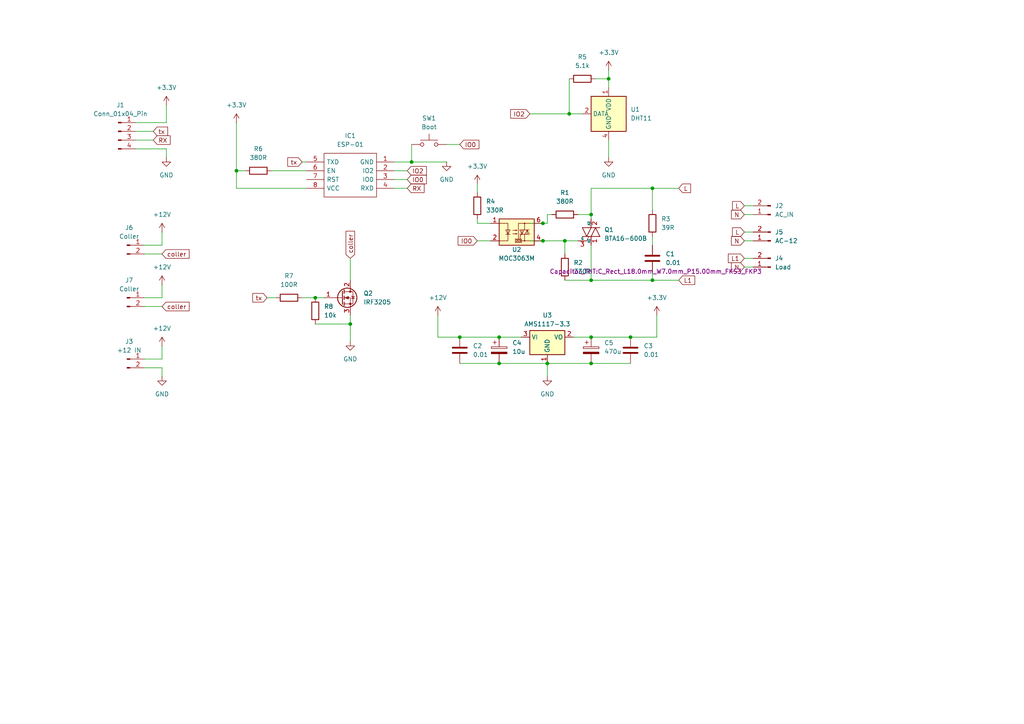
<source format=kicad_sch>
(kicad_sch (version 20231120) (generator "eeschema") (generator_version "8.0")
  (paper "A4")
  (lib_symbols
    (symbol "Connector:Conn_01x02_Pin" (pin_names (offset 1.016) hide)
      (property "Reference" "J" (at 0 2.54 0))
      (property "Value" "Conn_01x02_Pin" (at 0 -5.08 0))
      (symbol "Conn_01x02_Pin_1_1"
        (polyline (pts (xy 1.27 -2.54) (xy 0.8636 -2.54)) (stroke (width 0.1524)))
        (polyline (pts (xy 1.27 0) (xy 0.8636 0)) (stroke (width 0.1524)))
        (rectangle (start 0.8636 -2.413) (end 0 -2.667) (stroke (width 0.1524)) (fill (type outline)))
        (rectangle (start 0.8636 0.127) (end 0 -0.127) (stroke (width 0.1524)) (fill (type outline)))
        (pin passive line (at 5.08 0 180) (length 3.81) (name "Pin_1") (number "1"))
        (pin passive line (at 5.08 -2.54 180) (length 3.81) (name "Pin_2") (number "2"))
      )
    )
    (symbol "Connector:Conn_01x04_Pin" (pin_names (offset 1.016) hide)
      (property "Reference" "J" (at 0 5.08 0))
      (property "Value" "Conn_01x04_Pin" (at 0 -7.62 0))
      (symbol "Conn_01x04_Pin_1_1"
        (polyline (pts (xy 1.27 -5.08) (xy 0.8636 -5.08)) (stroke (width 0.1524)))
        (polyline (pts (xy 1.27 -2.54) (xy 0.8636 -2.54)) (stroke (width 0.1524)))
        (polyline (pts (xy 1.27 0) (xy 0.8636 0)) (stroke (width 0.1524)))
        (polyline (pts (xy 1.27 2.54) (xy 0.8636 2.54)) (stroke (width 0.1524)))
        (rectangle (start 0.8636 -4.953) (end 0 -5.207) (stroke (width 0.1524)) (fill (type outline)))
        (rectangle (start 0.8636 -2.413) (end 0 -2.667) (stroke (width 0.1524)) (fill (type outline)))
        (rectangle (start 0.8636 0.127) (end 0 -0.127) (stroke (width 0.1524)) (fill (type outline)))
        (rectangle (start 0.8636 2.667) (end 0 2.413) (stroke (width 0.1524)) (fill (type outline)))
        (pin passive line (at 5.08 2.54 180) (length 3.81) (name "Pin_1") (number "1"))
        (pin passive line (at 5.08 0 180) (length 3.81) (name "Pin_2") (number "2"))
        (pin passive line (at 5.08 -2.54 180) (length 3.81) (name "Pin_3") (number "3"))
        (pin passive line (at 5.08 -5.08 180) (length 3.81) (name "Pin_4") (number "4"))
      )
    )
    (symbol "Device:C" (pin_numbers hide) (pin_names (offset 0.254))
      (property "Reference" "C" (at 0.635 2.54 0))
      (property "Value" "C" (at 0.635 -2.54 0))
      (symbol "C_0_1"
        (polyline (pts (xy -2.032 -0.762) (xy 2.032 -0.762)) (stroke (width 0.508)))
        (polyline (pts (xy -2.032 0.762) (xy 2.032 0.762)) (stroke (width 0.508)))
      )
      (symbol "C_1_1"
        (pin passive line (at 0 3.81 270) (length 2.794) (name "~") (number "1"))
        (pin passive line (at 0 -3.81 90) (length 2.794) (name "~") (number "2"))
      )
    )
    (symbol "Device:C_Polarized" (pin_numbers hide) (pin_names (offset 0.254))
      (property "Reference" "C" (at 0.635 2.54 0))
      (property "Value" "C_Polarized" (at 0.635 -2.54 0))
      (symbol "C_Polarized_0_1"
        (rectangle (start -2.286 0.508) (end 2.286 1.016))
        (polyline (pts (xy -1.778 2.286) (xy -0.762 2.286)))
        (polyline (pts (xy -1.27 2.794) (xy -1.27 1.778)))
        (rectangle (start 2.286 -0.508) (end -2.286 -1.016) (fill (type outline)))
      )
      (symbol "C_Polarized_1_1"
        (pin passive line (at 0 3.81 270) (length 2.794) (name "~") (number "1"))
        (pin passive line (at 0 -3.81 90) (length 2.794) (name "~") (number "2"))
      )
    )
    (symbol "Device:R" (pin_numbers hide) (pin_names (offset 0))
      (property "Reference" "R" (at 2.032 0 90))
      (property "Value" "R" (at 0 0 90))
      (symbol "R_0_1"
        (rectangle (start -1.016 -2.54) (end 1.016 2.54) (stroke (width 0.254)))
      )
      (symbol "R_1_1"
        (pin passive line (at 0 3.81 270) (length 1.27) (name "~") (number "1"))
        (pin passive line (at 0 -3.81 90) (length 1.27) (name "~") (number "2"))
      )
    )
    (symbol "MCU_Espressif:ESP-01" (pin_names (offset 0.762))
      (property "Reference" "IC" (at 21.59 7.62 0))
      (property "Value" "ESP-01" (at 21.59 5.08 0))
      (symbol "ESP-01_0_0"
        (pin passive line (at 25.4 0 180) (length 5.08) (name "GND") (number "1"))
        (pin passive line (at 25.4 -2.54 180) (length 5.08) (name "IO2") (number "2"))
        (pin passive line (at 25.4 -5.08 180) (length 5.08) (name "IO0") (number "3"))
        (pin passive line (at 25.4 -7.62 180) (length 5.08) (name "RXD") (number "4"))
        (pin passive line (at 0 0 0) (length 5.08) (name "TXD") (number "5"))
        (pin passive line (at 0 -2.54 0) (length 5.08) (name "EN") (number "6"))
        (pin passive line (at 0 -5.08 0) (length 5.08) (name "RST") (number "7"))
        (pin passive line (at 0 -7.62 0) (length 5.08) (name "VCC") (number "8"))
      )
      (symbol "ESP-01_0_1"
        (polyline (pts (xy 5.08 2.54) (xy 20.32 2.54) (xy 20.32 -10.16) (xy 5.08 -10.16) (xy 5.08 2.54)) (stroke (width 0.1524)))
      )
    )
    (symbol "Regulator_Linear:AMS1117-3.3"
      (property "Reference" "U" (at -3.81 3.175 0))
      (property "Value" "AMS1117-3.3" (at 0 3.175 0))
      (symbol "AMS1117-3.3_0_1"
        (rectangle (start -5.08 -5.08) (end 5.08 1.905) (stroke (width 0.254)) (fill (type background)))
      )
      (symbol "AMS1117-3.3_1_1"
        (pin power_in line (at 0 -7.62 90) (length 2.54) (name "GND") (number "1"))
        (pin power_out line (at 7.62 0 180) (length 2.54) (name "VO") (number "2"))
        (pin power_in line (at -7.62 0 0) (length 2.54) (name "VI") (number "3"))
      )
    )
    (symbol "Relay_SolidState:MOC3063M"
      (property "Reference" "U" (at -5.08 5.08 0))
      (property "Value" "MOC3063M" (at 0 5.08 0))
      (symbol "MOC3063M_0_0"
        (rectangle (start -0.381 -2.032) (end 1.397 -3.048))
        (polyline (pts (xy 2.286 -2.54) (xy 1.397 -2.54)))
        (polyline (pts (xy 1.524 -0.635) (xy 1.016 -1.016) (xy 1.016 -2.032)))
        (text "ZCD" (at 0.508 -2.54 0) (effects (font (size 0.508 0.508))))
      )
      (symbol "MOC3063M_0_1"
        (rectangle (start -5.08 3.81) (end 5.08 -3.81) (stroke (width 0.254)) (fill (type background)))
        (polyline (pts (xy -3.175 -0.635) (xy -1.905 -0.635)))
        (polyline (pts (xy 1.524 -0.635) (xy 1.524 0.635)))
        (polyline (pts (xy 3.048 0.635) (xy 3.048 -0.635)))
        (polyline (pts (xy 2.286 -0.635) (xy 2.286 -2.54) (xy 5.08 -2.54)))
        (polyline (pts (xy 2.286 0.635) (xy 2.286 2.54) (xy 5.08 2.54)))
        (polyline (pts (xy 2.286 2.54) (xy 0.508 2.54) (xy 0.508 -2.032)))
        (polyline (pts (xy -5.08 2.54) (xy -2.54 2.54) (xy -2.54 -2.54) (xy -5.08 -2.54)))
        (polyline (pts (xy -2.54 -0.635) (xy -3.175 0.635) (xy -1.905 0.635) (xy -2.54 -0.635)))
        (polyline (pts (xy 0.889 -0.635) (xy 3.683 -0.635) (xy 3.048 0.635) (xy 2.413 -0.635)))
        (polyline (pts (xy 3.683 0.635) (xy 0.889 0.635) (xy 1.524 -0.635) (xy 2.159 0.635)))
        (polyline (pts (xy -1.143 -0.508) (xy 0.127 -0.508) (xy -0.254 -0.635) (xy -0.254 -0.381) (xy 0.127 -0.508)))
        (polyline (pts (xy -1.143 0.508) (xy 0.127 0.508) (xy -0.254 0.381) (xy -0.254 0.635) (xy 0.127 0.508)))
        (circle (center 2.286 -2.54) (radius 0.127))
        (circle (center 2.286 2.54) (radius 0.127))
      )
      (symbol "MOC3063M_1_1"
        (pin passive line (at -7.62 2.54 0) (length 2.54) (name "~") (number "1"))
        (pin passive line (at -7.62 -2.54 0) (length 2.54) (name "~") (number "2"))
        (pin no_connect line (at -5.08 0 0) (length 2.54) hide (name "NC") (number "3"))
        (pin passive line (at 7.62 -2.54 180) (length 2.54) (name "~") (number "4"))
        (pin no_connect line (at 5.08 0 180) (length 2.54) hide (name "NC") (number "5"))
        (pin passive line (at 7.62 2.54 180) (length 2.54) (name "~") (number "6"))
      )
    )
    (symbol "Sensor:DHT11"
      (property "Reference" "U" (at -3.81 6.35 0))
      (property "Value" "DHT11" (at 3.81 6.35 0))
      (symbol "DHT11_0_1"
        (rectangle (start -5.08 5.08) (end 5.08 -5.08) (stroke (width 0.254)) (fill (type background)))
      )
      (symbol "DHT11_1_1"
        (pin power_in line (at 0 7.62 270) (length 2.54) (name "VDD") (number "1"))
        (pin bidirectional line (at 7.62 0 180) (length 2.54) (name "DATA") (number "2"))
        (pin no_connect line (at -5.08 0 0) (length 2.54) hide (name "NC") (number "3"))
        (pin power_in line (at 0 -7.62 90) (length 2.54) (name "GND") (number "4"))
      )
    )
    (symbol "Switch:SW_Push" (pin_numbers hide) (pin_names (offset 1.016) hide)
      (property "Reference" "SW" (at 1.27 2.54 0))
      (property "Value" "SW_Push" (at 0 -1.524 0))
      (symbol "SW_Push_0_1"
        (circle (center -2.032 0) (radius 0.508))
        (polyline (pts (xy 0 1.27) (xy 0 3.048)))
        (polyline (pts (xy 2.54 1.27) (xy -2.54 1.27)))
        (circle (center 2.032 0) (radius 0.508))
        (pin passive line (at -5.08 0 0) (length 2.54) (name "1") (number "1"))
        (pin passive line (at 5.08 0 180) (length 2.54) (name "2") (number "2"))
      )
    )
    (symbol "Transistor_FET:IRF3205" (pin_names hide)
      (property "Reference" "Q" (at 5.08 1.905 0))
      (property "Value" "IRF3205" (at 5.08 0 0))
      (symbol "IRF3205_0_1"
        (polyline (pts (xy 0.254 0) (xy -2.54 0)))
        (polyline (pts (xy 0.254 1.905) (xy 0.254 -1.905)) (stroke (width 0.254)))
        (polyline (pts (xy 0.762 -1.27) (xy 0.762 -2.286)) (stroke (width 0.254)))
        (polyline (pts (xy 0.762 0.508) (xy 0.762 -0.508)) (stroke (width 0.254)))
        (polyline (pts (xy 0.762 2.286) (xy 0.762 1.27)) (stroke (width 0.254)))
        (polyline (pts (xy 2.54 2.54) (xy 2.54 1.778)))
        (polyline (pts (xy 2.54 -2.54) (xy 2.54 0) (xy 0.762 0)))
        (polyline (pts (xy 0.762 -1.778) (xy 3.302 -1.778) (xy 3.302 1.778) (xy 0.762 1.778)))
        (polyline (pts (xy 1.016 0) (xy 2.032 0.381) (xy 2.032 -0.381) (xy 1.016 0)) (fill (type outline)))
        (polyline (pts (xy 2.794 0.508) (xy 2.921 0.381) (xy 3.683 0.381) (xy 3.81 0.254)))
        (polyline (pts (xy 3.302 0.381) (xy 2.921 -0.254) (xy 3.683 -0.254) (xy 3.302 0.381)))
        (circle (center 1.651 0) (radius 2.794) (stroke (width 0.254)))
        (circle (center 2.54 -1.778) (radius 0.254) (fill (type outline)))
        (circle (center 2.54 1.778) (radius 0.254) (fill (type outline)))
      )
      (symbol "IRF3205_1_1"
        (pin input line (at -5.08 0 0) (length 2.54) (name "G") (number "1"))
        (pin passive line (at 2.54 5.08 270) (length 2.54) (name "D") (number "2"))
        (pin passive line (at 2.54 -5.08 90) (length 2.54) (name "S") (number "3"))
      )
    )
    (symbol "Triac_Thyristor:BTA16-600B" (pin_names (offset 0))
      (property "Reference" "Q" (at 5.08 1.905 0))
      (property "Value" "BTA16-600B" (at 5.08 0 0))
      (symbol "BTA16-600B_0_1"
        (polyline (pts (xy -2.54 -1.27) (xy 2.54 -1.27)) (stroke (width 0.2032)))
        (polyline (pts (xy -2.54 1.27) (xy 2.54 1.27)) (stroke (width 0.2032)))
        (polyline (pts (xy -1.27 -2.54) (xy -0.635 -1.27)))
        (polyline (pts (xy -2.54 1.27) (xy -1.27 -1.27) (xy 0 1.27)) (stroke (width 0.2032)))
        (polyline (pts (xy 0 -1.27) (xy 1.27 1.27) (xy 2.54 -1.27)) (stroke (width 0.2032)))
      )
      (symbol "BTA16-600B_1_1"
        (pin passive line (at 0 -3.81 90) (length 2.54) (name "A1") (number "1"))
        (pin passive line (at 0 3.81 270) (length 2.54) (name "A2") (number "2"))
        (pin input line (at -3.81 -2.54 0) (length 2.54) (name "G") (number "3"))
      )
    )
    (symbol "power:+12V" (power) (pin_numbers hide) (pin_names (offset 0) hide)
      (property "Value" "+12V" (at 0 3.556 0))
      (symbol "+12V_0_1"
        (polyline (pts (xy -0.762 1.27) (xy 0 2.54)))
        (polyline (pts (xy 0 0) (xy 0 2.54)))
        (polyline (pts (xy 0 2.54) (xy 0.762 1.27)))
      )
      (symbol "+12V_1_1"
        (pin power_in line (at 0 0 90) (length 0) (name "~") (number "1"))
      )
    )
    (symbol "power:+3.3V" (power) (pin_numbers hide) (pin_names (offset 0) hide)
      (property "Value" "+3.3V" (at 0 3.556 0))
      (symbol "+3.3V_0_1"
        (polyline (pts (xy -0.762 1.27) (xy 0 2.54)))
        (polyline (pts (xy 0 0) (xy 0 2.54)))
        (polyline (pts (xy 0 2.54) (xy 0.762 1.27)))
      )
      (symbol "+3.3V_1_1"
        (pin power_in line (at 0 0 90) (length 0) (name "~") (number "1"))
      )
    )
    (symbol "power:GND" (power) (pin_numbers hide) (pin_names (offset 0) hide)
      (property "Value" "GND" (at 0 -3.81 0))
      (symbol "GND_0_1"
        (polyline (pts (xy 0 0) (xy 0 -1.27) (xy 1.27 -1.27) (xy 0 -2.54) (xy -1.27 -1.27) (xy 0 -1.27)))
      )
      (symbol "GND_1_1"
        (pin power_in line (at 0 0 270) (length 0) (name "~") (number "1"))
      )
    )
  )
  (junction (at 189.23 81.28))
  (junction (at 157.48 64.77))
  (junction (at 165.1 33.02))
  (junction (at 171.45 105.41))
  (junction (at 119.38 46.99))
  (junction (at 163.83 69.85))
  (junction (at 171.45 97.79))
  (junction (at 91.44 86.36))
  (junction (at 171.45 62.23))
  (junction (at 157.48 69.85))
  (junction (at 158.75 105.41))
  (junction (at 182.88 97.79))
  (junction (at 144.78 105.41))
  (junction (at 189.23 54.61))
  (junction (at 133.35 97.79))
  (junction (at 171.45 81.28))
  (junction (at 176.53 22.86))
  (junction (at 144.78 97.79))
  (junction (at 68.58 49.53))
  (junction (at 101.6 93.98))
  (wire (pts (xy 171.45 71.12) (xy 171.45 81.28)))
  (wire (pts (xy 127 97.79) (xy 133.35 97.79)))
  (wire (pts (xy 215.9 59.69) (xy 218.44 59.69)))
  (wire (pts (xy 80.01 86.36) (xy 77.47 86.36)))
  (wire (pts (xy 165.1 22.86) (xy 165.1 33.02)))
  (wire (pts (xy 46.99 86.36) (xy 46.99 82.55)))
  (wire (pts (xy 78.74 49.53) (xy 88.9 49.53)))
  (wire (pts (xy 171.45 97.79) (xy 182.88 97.79)))
  (wire (pts (xy 176.53 22.86) (xy 176.53 25.4)))
  (wire (pts (xy 167.64 62.23) (xy 171.45 62.23)))
  (wire (pts (xy 166.37 97.79) (xy 171.45 97.79)))
  (wire (pts (xy 153.67 64.77) (xy 157.48 64.77)))
  (wire (pts (xy 189.23 78.74) (xy 189.23 81.28)))
  (wire (pts (xy 88.9 54.61) (xy 68.58 54.61)))
  (wire (pts (xy 157.48 69.85) (xy 163.83 69.85)))
  (wire (pts (xy 114.3 49.53) (xy 118.11 49.53)))
  (wire (pts (xy 172.72 22.86) (xy 176.53 22.86)))
  (wire (pts (xy 119.38 41.91) (xy 119.38 46.99)))
  (wire (pts (xy 171.45 105.41) (xy 182.88 105.41)))
  (wire (pts (xy 119.38 46.99) (xy 129.54 46.99)))
  (wire (pts (xy 190.5 97.79) (xy 182.88 97.79)))
  (wire (pts (xy 171.45 62.23) (xy 171.45 54.61)))
  (wire (pts (xy 46.99 106.68) (xy 46.99 109.22)))
  (wire (pts (xy 68.58 54.61) (xy 68.58 49.53)))
  (wire (pts (xy 44.45 38.1) (xy 39.37 38.1)))
  (wire (pts (xy 68.58 49.53) (xy 68.58 35.56)))
  (wire (pts (xy 215.9 74.93) (xy 218.44 74.93)))
  (wire (pts (xy 138.43 55.88) (xy 138.43 53.34)))
  (wire (pts (xy 153.67 69.85) (xy 157.48 69.85)))
  (wire (pts (xy 48.26 35.56) (xy 48.26 30.48)))
  (wire (pts (xy 133.35 97.79) (xy 144.78 97.79)))
  (wire (pts (xy 176.53 45.72) (xy 176.53 40.64)))
  (wire (pts (xy 118.11 54.61) (xy 114.3 54.61)))
  (wire (pts (xy 189.23 54.61) (xy 196.85 54.61)))
  (wire (pts (xy 176.53 20.32) (xy 176.53 22.86)))
  (wire (pts (xy 171.45 54.61) (xy 189.23 54.61)))
  (wire (pts (xy 114.3 46.99) (xy 119.38 46.99)))
  (wire (pts (xy 138.43 64.77) (xy 138.43 63.5)))
  (wire (pts (xy 163.83 69.85) (xy 167.64 69.85)))
  (wire (pts (xy 189.23 81.28) (xy 196.85 81.28)))
  (wire (pts (xy 165.1 33.02) (xy 168.91 33.02)))
  (wire (pts (xy 41.91 104.14) (xy 46.99 104.14)))
  (wire (pts (xy 158.75 109.22) (xy 158.75 105.41)))
  (wire (pts (xy 144.78 105.41) (xy 158.75 105.41)))
  (wire (pts (xy 41.91 88.9) (xy 46.99 88.9)))
  (wire (pts (xy 189.23 68.58) (xy 189.23 71.12)))
  (wire (pts (xy 39.37 35.56) (xy 48.26 35.56)))
  (wire (pts (xy 87.63 46.99) (xy 88.9 46.99)))
  (wire (pts (xy 46.99 104.14) (xy 46.99 100.33)))
  (wire (pts (xy 189.23 54.61) (xy 189.23 60.96)))
  (wire (pts (xy 138.43 69.85) (xy 142.24 69.85)))
  (wire (pts (xy 158.75 62.23) (xy 158.75 64.77)))
  (wire (pts (xy 91.44 86.36) (xy 93.98 86.36)))
  (wire (pts (xy 41.91 106.68) (xy 46.99 106.68)))
  (wire (pts (xy 46.99 71.12) (xy 46.99 67.31)))
  (wire (pts (xy 48.26 43.18) (xy 39.37 43.18)))
  (wire (pts (xy 87.63 86.36) (xy 91.44 86.36)))
  (wire (pts (xy 101.6 74.93) (xy 101.6 81.28)))
  (wire (pts (xy 127 91.44) (xy 127 97.79)))
  (wire (pts (xy 101.6 99.06) (xy 101.6 93.98)))
  (wire (pts (xy 215.9 62.23) (xy 218.44 62.23)))
  (wire (pts (xy 171.45 62.23) (xy 171.45 63.5)))
  (wire (pts (xy 68.58 49.53) (xy 71.12 49.53)))
  (wire (pts (xy 48.26 45.72) (xy 48.26 43.18)))
  (wire (pts (xy 158.75 105.41) (xy 171.45 105.41)))
  (wire (pts (xy 41.91 86.36) (xy 46.99 86.36)))
  (wire (pts (xy 41.91 73.66) (xy 46.99 73.66)))
  (wire (pts (xy 158.75 64.77) (xy 157.48 64.77)))
  (wire (pts (xy 144.78 97.79) (xy 151.13 97.79)))
  (wire (pts (xy 163.83 81.28) (xy 171.45 81.28)))
  (wire (pts (xy 153.67 33.02) (xy 165.1 33.02)))
  (wire (pts (xy 114.3 52.07) (xy 118.11 52.07)))
  (wire (pts (xy 158.75 62.23) (xy 160.02 62.23)))
  (wire (pts (xy 215.9 67.31) (xy 218.44 67.31)))
  (wire (pts (xy 215.9 77.47) (xy 218.44 77.47)))
  (wire (pts (xy 133.35 105.41) (xy 144.78 105.41)))
  (wire (pts (xy 91.44 93.98) (xy 101.6 93.98)))
  (wire (pts (xy 101.6 93.98) (xy 101.6 91.44)))
  (wire (pts (xy 142.24 64.77) (xy 138.43 64.77)))
  (wire (pts (xy 171.45 81.28) (xy 189.23 81.28)))
  (wire (pts (xy 41.91 71.12) (xy 46.99 71.12)))
  (wire (pts (xy 44.45 40.64) (xy 39.37 40.64)))
  (wire (pts (xy 190.5 91.44) (xy 190.5 97.79)))
  (wire (pts (xy 133.35 41.91) (xy 129.54 41.91)))
  (wire (pts (xy 215.9 69.85) (xy 218.44 69.85)))
  (wire (pts (xy 163.83 73.66) (xy 163.83 69.85)))
  (global_label "coller" (shape input) (at 46.99 88.9 0) (property "Intersheetrefs" "${INTERSHEET_REFS}" (effects (hide yes))))
  (global_label "tx" (shape input) (at 87.63 46.99 180) (property "Intersheetrefs" "${INTERSHEET_REFS}" (effects (hide yes))))
  (global_label "IO2" (shape input) (at 153.67 33.02 180) (property "Intersheetrefs" "${INTERSHEET_REFS}" (effects (hide yes))))
  (global_label "L" (shape input) (at 215.9 67.31 180) (property "Intersheetrefs" "${INTERSHEET_REFS}" (effects (hide yes))))
  (global_label "RX" (shape input) (at 44.45 40.64 0) (property "Intersheetrefs" "${INTERSHEET_REFS}" (effects (hide yes))))
  (global_label "L1" (shape input) (at 196.85 81.28 0) (property "Intersheetrefs" "${INTERSHEET_REFS}" (effects (hide yes))))
  (global_label "N" (shape input) (at 215.9 62.23 180) (property "Intersheetrefs" "${INTERSHEET_REFS}" (effects (hide yes))))
  (global_label "IO2" (shape input) (at 118.11 49.53 0) (property "Intersheetrefs" "${INTERSHEET_REFS}" (effects (hide yes))))
  (global_label "IO0" (shape input) (at 138.43 69.85 180) (property "Intersheetrefs" "${INTERSHEET_REFS}" (effects (hide yes))))
  (global_label "N" (shape input) (at 215.9 77.47 180) (property "Intersheetrefs" "${INTERSHEET_REFS}" (effects (hide yes))))
  (global_label "coller" (shape input) (at 101.6 74.93 90) (property "Intersheetrefs" "${INTERSHEET_REFS}" (effects (hide yes))))
  (global_label "RX" (shape input) (at 118.11 54.61 0) (property "Intersheetrefs" "${INTERSHEET_REFS}" (effects (hide yes))))
  (global_label "L1" (shape input) (at 215.9 74.93 180) (property "Intersheetrefs" "${INTERSHEET_REFS}" (effects (hide yes))))
  (global_label "IO0" (shape input) (at 133.35 41.91 0) (property "Intersheetrefs" "${INTERSHEET_REFS}" (effects (hide yes))))
  (global_label "tx" (shape input) (at 44.45 38.1 0) (property "Intersheetrefs" "${INTERSHEET_REFS}" (effects (hide yes))))
  (global_label "L" (shape input) (at 196.85 54.61 0) (property "Intersheetrefs" "${INTERSHEET_REFS}" (effects (hide yes))))
  (global_label "IO0" (shape input) (at 118.11 52.07 0) (property "Intersheetrefs" "${INTERSHEET_REFS}" (effects (hide yes))))
  (global_label "tx" (shape input) (at 77.47 86.36 180) (property "Intersheetrefs" "${INTERSHEET_REFS}" (effects (hide yes))))
  (global_label "N" (shape input) (at 215.9 69.85 180) (property "Intersheetrefs" "${INTERSHEET_REFS}" (effects (hide yes))))
  (global_label "coller" (shape input) (at 46.99 73.66 0) (property "Intersheetrefs" "${INTERSHEET_REFS}" (effects (hide yes))))
  (global_label "L" (shape input) (at 215.9 59.69 180) (property "Intersheetrefs" "${INTERSHEET_REFS}" (effects (hide yes))))
  (symbol (lib_id "Device:R") (at 163.83 62.23 270) (unit 1)
    (property "Reference" "R1" (at 163.83 55.88 90))
    (property "Value" "380R" (at 163.83 58.42 90))
    (property "Footprint" "Resistor_THT:R_Axial_DIN0207_L6.3mm_D2.5mm_P10.16mm_Horizontal" (effects (hide yes)))
    (property "Description" "Resistor" (effects (hide yes)))
  )
  (symbol (lib_id "Sensor:DHT11") (at 176.53 33.02 0) (mirror y) (unit 1)
    (property "Reference" "U1" (at 182.88 31.7499 0) (effects (justify right)))
    (property "Value" "DHT11" (at 182.88 34.2899 0) (effects (justify right)))
    (property "Footprint" "Sensor:Aosong_DHT11_5.5x12.0_P2.54mm" (effects (hide yes)))
    (property "Datasheet" "http://akizukidenshi.com/download/ds/aosong/DHT11.pdf" (effects (hide yes)))
    (property "Description" "3.3V to 5.5V, temperature and humidity module, DHT11" (effects (hide yes)))
  )
  (symbol (lib_id "power:GND") (at 129.54 46.99 0) (unit 1)
    (property "Reference" "#PWR04" (effects (hide yes)))
    (property "Value" "GND" (at 129.54 52.07 0))
    (property "Description" "Power symbol creates a global label with name \"GND\" , ground" (effects (hide yes)))
  )
  (symbol (lib_id "Regulator_Linear:AMS1117-3.3") (at 158.75 97.79 0) (unit 1)
    (property "Reference" "U3" (at 158.75 91.44 0))
    (property "Value" "AMS1117-3.3" (at 158.75 93.98 0))
    (property "Footprint" "Package_TO_SOT_SMD:SOT-89-3_Handsoldering" (effects (hide yes)))
    (property "Datasheet" "http://www.advanced-monolithic.com/pdf/ds1117.pdf" (effects (hide yes)))
    (property "Description" "1A Low Dropout regulator, positive, 3.3V fixed output, SOT-223" (effects (hide yes)))
  )
  (symbol (lib_id "power:+3.3V") (at 190.5 91.44 0) (unit 1)
    (property "Reference" "#PWR012" (effects (hide yes)))
    (property "Value" "+3.3V" (at 190.5 86.36 0))
    (property "Description" "Power symbol creates a global label with name \"+3.3V\"" (effects (hide yes)))
  )
  (symbol (lib_id "Connector:Conn_01x02_Pin") (at 223.52 77.47 180) (unit 1)
    (property "Reference" "J4" (at 224.79 74.9299 0) (effects (justify right)))
    (property "Value" "Load" (at 224.79 77.4699 0) (effects (justify right)))
    (property "Footprint" "Connector:JWT_A3963_1x02_P3.96mm_Vertical" (effects (hide yes)))
    (property "Description" "Generic connector, single row, 01x02, script generated" (effects (hide yes)))
  )
  (symbol (lib_id "power:+3.3V") (at 138.43 53.34 0) (unit 1)
    (property "Reference" "#PWR01" (effects (hide yes)))
    (property "Value" "+3.3V" (at 138.43 48.26 0))
    (property "Description" "Power symbol creates a global label with name \"+3.3V\"" (effects (hide yes)))
  )
  (symbol (lib_id "Device:C") (at 182.88 101.6 0) (unit 1)
    (property "Reference" "C3" (at 186.69 100.3299 0) (effects (justify left)))
    (property "Value" "0.01" (at 186.69 102.8699 0) (effects (justify left)))
    (property "Footprint" "Capacitor_SMD:C_1206_3216Metric_Pad1.33x1.80mm_HandSolder" (effects (hide yes)))
    (property "Description" "Unpolarized capacitor" (effects (hide yes)))
  )
  (symbol (lib_id "power:+12V") (at 46.99 100.33 0) (unit 1)
    (property "Reference" "#PWR09" (effects (hide yes)))
    (property "Value" "+12V" (at 46.99 95.25 0))
    (property "Description" "Power symbol creates a global label with name \"+12V\"" (effects (hide yes)))
  )
  (symbol (lib_id "power:+12V") (at 46.99 67.31 0) (unit 1)
    (property "Reference" "#PWR014" (effects (hide yes)))
    (property "Value" "+12V" (at 46.99 62.23 0))
    (property "Description" "Power symbol creates a global label with name \"+12V\"" (effects (hide yes)))
  )
  (symbol (lib_id "power:+3.3V") (at 68.58 35.56 0) (unit 1)
    (property "Reference" "#PWR05" (effects (hide yes)))
    (property "Value" "+3.3V" (at 68.58 30.48 0))
    (property "Description" "Power symbol creates a global label with name \"+3.3V\"" (effects (hide yes)))
  )
  (symbol (lib_id "Device:R") (at 74.93 49.53 270) (unit 1)
    (property "Reference" "R6" (at 74.93 43.18 90))
    (property "Value" "380R" (at 74.93 45.72 90))
    (property "Footprint" "Resistor_SMD:R_1206_3216Metric_Pad1.30x1.75mm_HandSolder" (effects (hide yes)))
    (property "Description" "Resistor" (effects (hide yes)))
  )
  (symbol (lib_id "Connector:Conn_01x02_Pin") (at 36.83 86.36 0) (unit 1)
    (property "Reference" "J7" (at 37.465 81.28 0))
    (property "Value" "Coller" (at 37.465 83.82 0))
    (property "Footprint" "Connector_JST:JST_XH_B2B-XH-AM_1x02_P2.50mm_Vertical" (effects (hide yes)))
    (property "Description" "Generic connector, single row, 01x02, script generated" (effects (hide yes)))
  )
  (symbol (lib_id "power:GND") (at 176.53 45.72 0) (unit 1)
    (property "Reference" "#PWR02" (effects (hide yes)))
    (property "Value" "GND" (at 176.53 50.8 0))
    (property "Description" "Power symbol creates a global label with name \"GND\" , ground" (effects (hide yes)))
  )
  (symbol (lib_id "Device:R") (at 138.43 59.69 0) (unit 1)
    (property "Reference" "R4" (at 140.97 58.4199 0) (effects (justify left)))
    (property "Value" "330R" (at 140.97 60.9599 0) (effects (justify left)))
    (property "Footprint" "Resistor_SMD:R_1210_3225Metric_Pad1.30x2.65mm_HandSolder" (effects (hide yes)))
    (property "Description" "Resistor" (effects (hide yes)))
  )
  (symbol (lib_id "Connector:Conn_01x02_Pin") (at 36.83 71.12 0) (unit 1)
    (property "Reference" "J6" (at 37.465 66.04 0))
    (property "Value" "Coller" (at 37.465 68.58 0))
    (property "Footprint" "Connector_JST:JST_XH_B2B-XH-AM_1x02_P2.50mm_Vertical" (effects (hide yes)))
    (property "Description" "Generic connector, single row, 01x02, script generated" (effects (hide yes)))
  )
  (symbol (lib_id "power:GND") (at 46.99 109.22 0) (unit 1)
    (property "Reference" "#PWR010" (effects (hide yes)))
    (property "Value" "GND" (at 46.99 114.3 0))
    (property "Description" "Power symbol creates a global label with name \"GND\" , ground" (effects (hide yes)))
  )
  (symbol (lib_id "Connector:Conn_01x04_Pin") (at 34.29 38.1 0) (unit 1)
    (property "Reference" "J1" (at 34.925 30.48 0))
    (property "Value" "Conn_01x04_Pin" (at 34.925 33.02 0))
    (property "Footprint" "Connector_PinHeader_2.54mm:PinHeader_1x04_P2.54mm_Vertical" (effects (hide yes)))
    (property "Description" "Generic connector, single row, 01x04, script generated" (effects (hide yes)))
  )
  (symbol (lib_id "power:GND") (at 101.6 99.06 0) (unit 1)
    (property "Reference" "#PWR08" (effects (hide yes)))
    (property "Value" "GND" (at 101.6 104.14 0))
    (property "Description" "Power symbol creates a global label with name \"GND\" , ground" (effects (hide yes)))
  )
  (symbol (lib_id "power:+12V") (at 127 91.44 0) (unit 1)
    (property "Reference" "#PWR013" (effects (hide yes)))
    (property "Value" "+12V" (at 127 86.36 0))
    (property "Description" "Power symbol creates a global label with name \"+12V\"" (effects (hide yes)))
  )
  (symbol (lib_id "Connector:Conn_01x02_Pin") (at 223.52 69.85 180) (unit 1)
    (property "Reference" "J5" (at 224.79 67.3099 0) (effects (justify right)))
    (property "Value" "AC-12" (at 224.79 69.8499 0) (effects (justify right)))
    (property "Footprint" "Connector:JWT_A3963_1x02_P3.96mm_Vertical" (effects (hide yes)))
    (property "Description" "Generic connector, single row, 01x02, script generated" (effects (hide yes)))
  )
  (symbol (lib_id "power:GND") (at 48.26 45.72 0) (unit 1)
    (property "Reference" "#PWR07" (effects (hide yes)))
    (property "Value" "GND" (at 48.26 50.8 0))
    (property "Description" "Power symbol creates a global label with name \"GND\" , ground" (effects (hide yes)))
  )
  (symbol (lib_id "MCU_Espressif:ESP-01") (at 88.9 46.99 0) (unit 1)
    (property "Reference" "IC1" (at 101.6 39.37 0))
    (property "Value" "ESP-01" (at 101.6 41.91 0))
    (property "Footprint" "RF_Module:ESP-01" (effects (hide yes)))
    (property "Datasheet" "https://docs.ai-thinker.com/_media/esp8266/docs/esp-01_product_specification_en.pdf" (effects (hide yes)))
    (property "Description" "ESP8266 ESP-01 Wifi microcontroller" (effects (hide yes)))
    (property "Description_1" "ESP8266 ESP-01 Wifi microcontroller" (effects (hide yes)))
    (property "Manufacturer_Name" "Ai-Thinker" (effects (hide yes)))
    (property "Manufacturer_Part_Number" "ESP-01" (effects (hide yes)))
  )
  (symbol (lib_id "power:+3.3V") (at 176.53 20.32 0) (unit 1)
    (property "Reference" "#PWR03" (effects (hide yes)))
    (property "Value" "+3.3V" (at 176.53 15.24 0))
    (property "Description" "Power symbol creates a global label with name \"+3.3V\"" (effects (hide yes)))
  )
  (symbol (lib_id "Device:R") (at 189.23 64.77 0) (unit 1)
    (property "Reference" "R3" (at 191.77 63.4999 0) (effects (justify left)))
    (property "Value" "39R" (at 191.77 66.0399 0) (effects (justify left)))
    (property "Footprint" "Resistor_THT:R_Axial_DIN0207_L6.3mm_D2.5mm_P10.16mm_Horizontal" (effects (hide yes)))
    (property "Description" "Resistor" (effects (hide yes)))
  )
  (symbol (lib_id "Switch:SW_Push") (at 124.46 41.91 0) (unit 1)
    (property "Reference" "SW1" (at 124.46 34.29 0))
    (property "Value" "Boot" (at 124.46 36.83 0))
    (property "Footprint" "Button_Switch_SMD:SW_SPST_TL3305A" (effects (hide yes)))
    (property "Description" "Push button switch, generic, two pins" (effects (hide yes)))
  )
  (symbol (lib_id "Triac_Thyristor:BTA16-600B") (at 171.45 67.31 0) (unit 1)
    (property "Reference" "Q1" (at 175.26 66.6241 0) (effects (justify left)))
    (property "Value" "BTA16-600B" (at 175.26 69.1641 0) (effects (justify left)))
    (property "Footprint" "Package_TO_SOT_THT:TO-220-3_Vertical" (effects (hide yes)))
    (property "Datasheet" "https://www.st.com/resource/en/datasheet/bta16.pdf" (effects (hide yes)))
    (property "Description" "16A RMS, 600V Off-State Voltage, 50mA Sensitivity, Insulated, Triac, TO-220" (effects (hide yes)))
  )
  (symbol (lib_id "Device:R") (at 83.82 86.36 270) (unit 1)
    (property "Reference" "R7" (at 83.82 80.01 90))
    (property "Value" "100R" (at 83.82 82.55 90))
    (property "Footprint" "Resistor_SMD:R_1206_3216Metric_Pad1.30x1.75mm_HandSolder" (effects (hide yes)))
    (property "Description" "Resistor" (effects (hide yes)))
  )
  (symbol (lib_id "Device:R") (at 91.44 90.17 0) (unit 1)
    (property "Reference" "R8" (at 93.98 88.8999 0) (effects (justify left)))
    (property "Value" "10k" (at 93.98 91.4399 0) (effects (justify left)))
    (property "Footprint" "Resistor_SMD:R_1206_3216Metric_Pad1.30x1.75mm_HandSolder" (effects (hide yes)))
    (property "Description" "Resistor" (effects (hide yes)))
  )
  (symbol (lib_id "Device:C_Polarized") (at 144.78 101.6 0) (unit 1)
    (property "Reference" "C4" (at 148.59 99.4409 0) (effects (justify left)))
    (property "Value" "10u" (at 148.59 101.9809 0) (effects (justify left)))
    (property "Footprint" "Capacitor_SMD:CP_Elec_6.3x7.7" (effects (hide yes)))
    (property "Description" "Polarized capacitor" (effects (hide yes)))
  )
  (symbol (lib_id "Device:R") (at 163.83 77.47 0) (unit 1)
    (property "Reference" "R2" (at 166.37 76.1999 0) (effects (justify left)))
    (property "Value" "330R" (at 166.37 78.7399 0) (effects (justify left)))
    (property "Footprint" "Resistor_THT:R_Axial_DIN0207_L6.3mm_D2.5mm_P10.16mm_Horizontal" (effects (hide yes)))
    (property "Description" "Resistor" (effects (hide yes)))
  )
  (symbol (lib_id "Connector:Conn_01x02_Pin") (at 223.52 62.23 180) (unit 1)
    (property "Reference" "J2" (at 224.79 59.6899 0) (effects (justify right)))
    (property "Value" "AC_IN" (at 224.79 62.2299 0) (effects (justify right)))
    (property "Footprint" "Connector:JWT_A3963_1x02_P3.96mm_Vertical" (effects (hide yes)))
    (property "Description" "Generic connector, single row, 01x02, script generated" (effects (hide yes)))
  )
  (symbol (lib_id "Device:C_Polarized") (at 171.45 101.6 0) (unit 1)
    (property "Reference" "C5" (at 175.26 99.4409 0) (effects (justify left)))
    (property "Value" "470u" (at 175.26 101.9809 0) (effects (justify left)))
    (property "Footprint" "Capacitor_SMD:CP_Elec_6.3x7.7" (effects (hide yes)))
    (property "Description" "Polarized capacitor" (effects (hide yes)))
  )
  (symbol (lib_id "Device:C") (at 189.23 74.93 0) (unit 1)
    (property "Reference" "C1" (at 193.04 73.6599 0) (effects (justify left)))
    (property "Value" "0.01" (at 193.04 76.1999 0) (effects (justify left)))
    (property "Footprint" "Capacitor_THT:C_Rect_L18.0mm_W7.0mm_P15.00mm_FKS3_FKP3" (at 190.1952 78.74 0))
    (property "Description" "Unpolarized capacitor" (effects (hide yes)))
  )
  (symbol (lib_id "Transistor_FET:IRF3205") (at 99.06 86.36 0) (unit 1)
    (property "Reference" "Q2" (at 105.41 85.0899 0) (effects (justify left)))
    (property "Value" "IRF3205" (at 105.41 87.6299 0) (effects (justify left)))
    (property "Footprint" "Package_TO_SOT_THT:TO-220-3_Vertical" (effects (hide yes)))
    (property "Datasheet" "http://www.irf.com/product-info/datasheets/data/irf3205.pdf" (effects (hide yes)))
    (property "Description" "110A Id, 55V Vds, Single N-Channel HEXFET Power MOSFET, 8mOhm Ron, TO-220AB" (effects (hide yes)))
  )
  (symbol (lib_id "power:GND") (at 158.75 109.22 0) (unit 1)
    (property "Reference" "#PWR011" (effects (hide yes)))
    (property "Value" "GND" (at 158.75 114.3 0))
    (property "Description" "Power symbol creates a global label with name \"GND\" , ground" (effects (hide yes)))
  )
  (symbol (lib_id "Relay_SolidState:MOC3063M") (at 149.86 67.31 0) (unit 1)
    (property "Reference" "U2" (at 149.86 72.39 0))
    (property "Value" "MOC3063M" (at 149.86 74.93 0))
    (property "Footprint" "Package_DIP:DIP-6_W7.62mm" (effects (hide yes)))
    (property "Datasheet" "https://www.onsemi.com/pub/Collateral/MOC3163M-D.pdf" (effects (hide yes)))
    (property "Description" "Zero Cross Opto-Triac, Vdrm 600V, Ift 5mA, DIP6" (effects (hide yes)))
  )
  (symbol (lib_id "power:+12V") (at 46.99 82.55 0) (unit 1)
    (property "Reference" "#PWR015" (effects (hide yes)))
    (property "Value" "+12V" (at 46.99 77.47 0))
    (property "Description" "Power symbol creates a global label with name \"+12V\"" (effects (hide yes)))
  )
  (symbol (lib_id "Device:R") (at 168.91 22.86 270) (unit 1)
    (property "Reference" "R5" (at 168.91 16.51 90))
    (property "Value" "5.1k" (at 168.91 19.05 90))
    (property "Footprint" "Resistor_SMD:R_1206_3216Metric_Pad1.30x1.75mm_HandSolder" (effects (hide yes)))
    (property "Description" "Resistor" (effects (hide yes)))
  )
  (symbol (lib_id "Device:C") (at 133.35 101.6 0) (unit 1)
    (property "Reference" "C2" (at 137.16 100.3299 0) (effects (justify left)))
    (property "Value" "0.01" (at 137.16 102.8699 0) (effects (justify left)))
    (property "Footprint" "Capacitor_SMD:C_1206_3216Metric_Pad1.33x1.80mm_HandSolder" (effects (hide yes)))
    (property "Description" "Unpolarized capacitor" (effects (hide yes)))
  )
  (symbol (lib_id "Connector:Conn_01x02_Pin") (at 36.83 104.14 0) (unit 1)
    (property "Reference" "J3" (at 37.465 99.06 0))
    (property "Value" "+12 IN" (at 37.465 101.6 0))
    (property "Footprint" "Connector_JST:JST_XH_B2B-XH-AM_1x02_P2.50mm_Vertical" (effects (hide yes)))
    (property "Description" "Generic connector, single row, 01x02, script generated" (effects (hide yes)))
  )
  (symbol (lib_id "power:+3.3V") (at 48.26 30.48 0) (unit 1)
    (property "Reference" "#PWR06" (effects (hide yes)))
    (property "Value" "+3.3V" (at 48.26 25.4 0))
    (property "Description" "Power symbol creates a global label with name \"+3.3V\"" (effects (hide yes)))
  )
)
</source>
